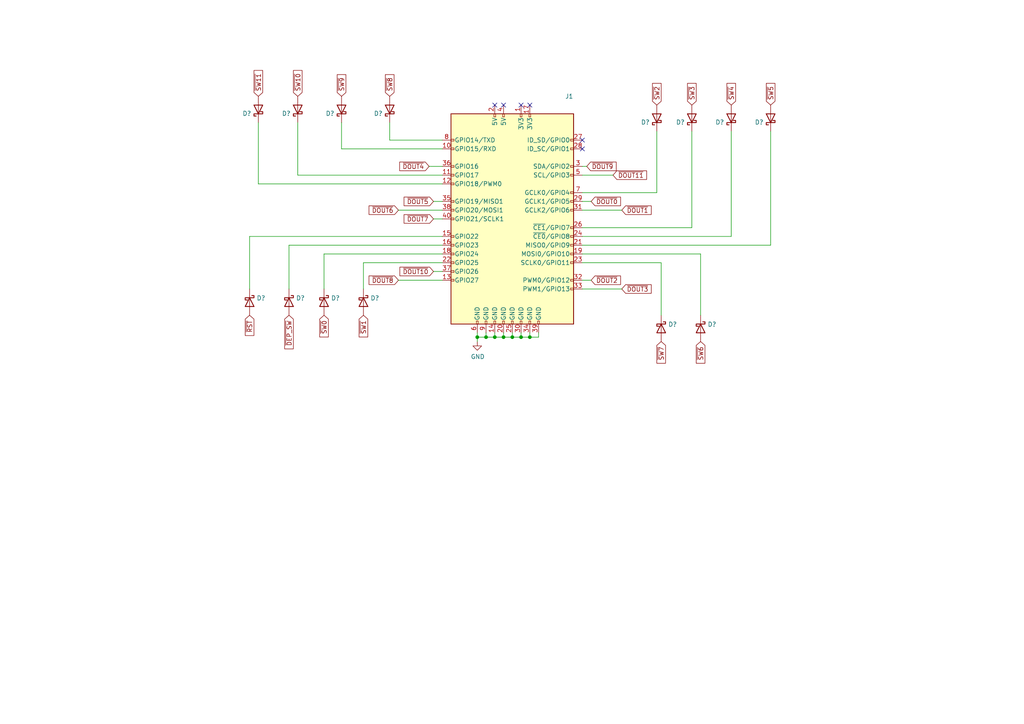
<source format=kicad_sch>
(kicad_sch (version 20211123) (generator eeschema)
  (paper "A4")
  (title_block (title "Q2 Computer") (date "2022-04-16") (rev "4c") (company "joewing.net"))
  (lib_symbols
    (symbol "Connector:Raspberry_Pi_2_3" (pin_names (offset 1.016))
      (property "Reference" "J" (at -17.78 31.75 0))
      (property "Value" "Raspberry_Pi_2_3" (at 10.16 -31.75 0))
      (symbol "Raspberry_Pi_2_3_0_1"
        (rectangle (start -17.78 30.48) (end 17.78 -30.48) (stroke (width 0.254)) (fill (type background)))
      )
      (symbol "Raspberry_Pi_2_3_1_1"
        (rectangle (start -16.891 -17.526) (end -17.78 -18.034))
        (rectangle (start -16.891 -14.986) (end -17.78 -15.494))
        (rectangle (start -16.891 -12.446) (end -17.78 -12.954))
        (rectangle (start -16.891 -9.906) (end -17.78 -10.414))
        (rectangle (start -16.891 -7.366) (end -17.78 -7.874))
        (rectangle (start -16.891 -4.826) (end -17.78 -5.334))
        (rectangle (start -16.891 0.254) (end -17.78 -0.254))
        (rectangle (start -16.891 2.794) (end -17.78 2.286))
        (rectangle (start -16.891 5.334) (end -17.78 4.826))
        (rectangle (start -16.891 10.414) (end -17.78 9.906))
        (rectangle (start -16.891 12.954) (end -17.78 12.446))
        (rectangle (start -16.891 15.494) (end -17.78 14.986))
        (rectangle (start -16.891 20.574) (end -17.78 20.066))
        (rectangle (start -16.891 23.114) (end -17.78 22.606))
        (rectangle (start -10.414 -29.591) (end -9.906 -30.48))
        (rectangle (start -7.874 -29.591) (end -7.366 -30.48))
        (rectangle (start -5.334 -29.591) (end -4.826 -30.48))
        (rectangle (start -5.334 30.48) (end -4.826 29.591))
        (rectangle (start -2.794 -29.591) (end -2.286 -30.48))
        (rectangle (start -2.794 30.48) (end -2.286 29.591))
        (rectangle (start -0.254 -29.591) (end 0.254 -30.48))
        (rectangle (start 2.286 -29.591) (end 2.794 -30.48))
        (rectangle (start 2.286 30.48) (end 2.794 29.591))
        (rectangle (start 4.826 -29.591) (end 5.334 -30.48))
        (rectangle (start 4.826 30.48) (end 5.334 29.591))
        (rectangle (start 7.366 -29.591) (end 7.874 -30.48))
        (rectangle (start 17.78 -20.066) (end 16.891 -20.574))
        (rectangle (start 17.78 -17.526) (end 16.891 -18.034))
        (rectangle (start 17.78 -12.446) (end 16.891 -12.954))
        (rectangle (start 17.78 -9.906) (end 16.891 -10.414))
        (rectangle (start 17.78 -7.366) (end 16.891 -7.874))
        (rectangle (start 17.78 -4.826) (end 16.891 -5.334))
        (rectangle (start 17.78 -2.286) (end 16.891 -2.794))
        (rectangle (start 17.78 2.794) (end 16.891 2.286))
        (rectangle (start 17.78 5.334) (end 16.891 4.826))
        (rectangle (start 17.78 7.874) (end 16.891 7.366))
        (rectangle (start 17.78 12.954) (end 16.891 12.446))
        (rectangle (start 17.78 15.494) (end 16.891 14.986))
        (rectangle (start 17.78 20.574) (end 16.891 20.066))
        (rectangle (start 17.78 23.114) (end 16.891 22.606))
        (pin power_in line (at 2.54 33.02 270) (length 2.54) (name "3V3") (number "1"))
        (pin bidirectional line (at -20.32 20.32 0) (length 2.54) (name "GPIO15/RXD") (number "10"))
        (pin bidirectional line (at -20.32 12.7 0) (length 2.54) (name "GPIO17") (number "11"))
        (pin bidirectional line (at -20.32 10.16 0) (length 2.54) (name "GPIO18/PWM0") (number "12"))
        (pin bidirectional line (at -20.32 -17.78 0) (length 2.54) (name "GPIO27") (number "13"))
        (pin power_in line (at -5.08 -33.02 90) (length 2.54) (name "GND") (number "14"))
        (pin bidirectional line (at -20.32 -5.08 0) (length 2.54) (name "GPIO22") (number "15"))
        (pin bidirectional line (at -20.32 -7.62 0) (length 2.54) (name "GPIO23") (number "16"))
        (pin power_in line (at 5.08 33.02 270) (length 2.54) (name "3V3") (number "17"))
        (pin bidirectional line (at -20.32 -10.16 0) (length 2.54) (name "GPIO24") (number "18"))
        (pin bidirectional line (at 20.32 -10.16 180) (length 2.54) (name "MOSI0/GPIO10") (number "19"))
        (pin power_in line (at -5.08 33.02 270) (length 2.54) (name "5V") (number "2"))
        (pin power_in line (at -2.54 -33.02 90) (length 2.54) (name "GND") (number "20"))
        (pin bidirectional line (at 20.32 -7.62 180) (length 2.54) (name "MISO0/GPIO9") (number "21"))
        (pin bidirectional line (at -20.32 -12.7 0) (length 2.54) (name "GPIO25") (number "22"))
        (pin bidirectional line (at 20.32 -12.7 180) (length 2.54) (name "SCLK0/GPIO11") (number "23"))
        (pin bidirectional line (at 20.32 -5.08 180) (length 2.54) (name "~{CE0}/GPIO8") (number "24"))
        (pin power_in line (at 0 -33.02 90) (length 2.54) (name "GND") (number "25"))
        (pin bidirectional line (at 20.32 -2.54 180) (length 2.54) (name "~{CE1}/GPIO7") (number "26"))
        (pin bidirectional line (at 20.32 22.86 180) (length 2.54) (name "ID_SD/GPIO0") (number "27"))
        (pin bidirectional line (at 20.32 20.32 180) (length 2.54) (name "ID_SC/GPIO1") (number "28"))
        (pin bidirectional line (at 20.32 5.08 180) (length 2.54) (name "GCLK1/GPIO5") (number "29"))
        (pin bidirectional line (at 20.32 15.24 180) (length 2.54) (name "SDA/GPIO2") (number "3"))
        (pin power_in line (at 2.54 -33.02 90) (length 2.54) (name "GND") (number "30"))
        (pin bidirectional line (at 20.32 2.54 180) (length 2.54) (name "GCLK2/GPIO6") (number "31"))
        (pin bidirectional line (at 20.32 -17.78 180) (length 2.54) (name "PWM0/GPIO12") (number "32"))
        (pin bidirectional line (at 20.32 -20.32 180) (length 2.54) (name "PWM1/GPIO13") (number "33"))
        (pin power_in line (at 5.08 -33.02 90) (length 2.54) (name "GND") (number "34"))
        (pin bidirectional line (at -20.32 5.08 0) (length 2.54) (name "GPIO19/MISO1") (number "35"))
        (pin bidirectional line (at -20.32 15.24 0) (length 2.54) (name "GPIO16") (number "36"))
        (pin bidirectional line (at -20.32 -15.24 0) (length 2.54) (name "GPIO26") (number "37"))
        (pin bidirectional line (at -20.32 2.54 0) (length 2.54) (name "GPIO20/MOSI1") (number "38"))
        (pin power_in line (at 7.62 -33.02 90) (length 2.54) (name "GND") (number "39"))
        (pin power_in line (at -2.54 33.02 270) (length 2.54) (name "5V") (number "4"))
        (pin bidirectional line (at -20.32 0 0) (length 2.54) (name "GPIO21/SCLK1") (number "40"))
        (pin bidirectional line (at 20.32 12.7 180) (length 2.54) (name "SCL/GPIO3") (number "5"))
        (pin power_in line (at -10.16 -33.02 90) (length 2.54) (name "GND") (number "6"))
        (pin bidirectional line (at 20.32 7.62 180) (length 2.54) (name "GCLK0/GPIO4") (number "7"))
        (pin bidirectional line (at -20.32 22.86 0) (length 2.54) (name "GPIO14/TXD") (number "8"))
        (pin power_in line (at -7.62 -33.02 90) (length 2.54) (name "GND") (number "9"))
      )
    )
    (symbol "Diode:BAT43W-V" (pin_numbers hide) (pin_names (offset 1.016) hide)
      (property "Reference" "D" (at 0 2.54 0))
      (property "Value" "BAT43W-V" (at 0 -2.54 0))
      (symbol "BAT43W-V_0_1"
        (polyline (pts (xy 1.27 0) (xy -1.27 0)))
        (polyline (pts (xy 1.27 1.27) (xy 1.27 -1.27) (xy -1.27 0) (xy 1.27 1.27)) (stroke (width 0.254)))
        (polyline (pts (xy -1.905 0.635) (xy -1.905 1.27) (xy -1.27 1.27) (xy -1.27 -1.27) (xy -0.635 -1.27) (xy -0.635 -0.635)) (stroke (width 0.254)))
      )
      (symbol "BAT43W-V_1_1"
        (pin passive line (at -3.81 0 0) (length 2.54) (name "K") (number "1"))
        (pin passive line (at 3.81 0 180) (length 2.54) (name "A") (number "2"))
      )
    )
    (symbol "power:GND" (power) (pin_names (offset 0))
      (property "Value" "GND" (at 0 -3.81 0))
      (symbol "GND_0_1"
        (polyline (pts (xy 0 0) (xy 0 -1.27) (xy 1.27 -1.27) (xy 0 -2.54) (xy -1.27 -1.27) (xy 0 -1.27)))
      )
      (symbol "GND_1_1"
        (pin power_in line (at 0 0 270) (length 0) hide (name "GND") (number "1"))
      )
    )
  )
  (junction (at 140.97 97.79))
  (junction (at 153.67 97.79))
  (junction (at 138.43 97.79))
  (junction (at 148.59 97.79))
  (junction (at 143.51 97.79))
  (junction (at 146.05 97.79))
  (junction (at 151.13 97.79))
  (no_connect (at 151.13 30.48))
  (no_connect (at 153.67 30.48))
  (no_connect (at 168.91 43.18))
  (no_connect (at 143.51 30.48))
  (no_connect (at 146.05 30.48))
  (no_connect (at 168.91 40.64))
  (wire (pts (xy 151.13 96.52) (xy 151.13 97.79)))
  (wire (pts (xy 138.43 97.79) (xy 138.43 99.06)))
  (wire (pts (xy 74.93 53.34) (xy 128.27 53.34)))
  (wire (pts (xy 212.09 38.1) (xy 212.09 68.58)))
  (wire (pts (xy 115.57 81.28) (xy 128.27 81.28)))
  (wire (pts (xy 99.06 35.56) (xy 99.06 43.18)))
  (wire (pts (xy 191.77 91.44) (xy 191.77 76.2)))
  (wire (pts (xy 200.66 66.04) (xy 168.91 66.04)))
  (wire (pts (xy 203.2 91.44) (xy 203.2 73.66)))
  (wire (pts (xy 212.09 68.58) (xy 168.91 68.58)))
  (wire (pts (xy 86.36 50.8) (xy 128.27 50.8)))
  (wire (pts (xy 200.66 38.1) (xy 200.66 66.04)))
  (wire (pts (xy 203.2 73.66) (xy 168.91 73.66)))
  (wire (pts (xy 140.97 97.79) (xy 143.51 97.79)))
  (wire (pts (xy 153.67 97.79) (xy 156.21 97.79)))
  (wire (pts (xy 72.39 83.82) (xy 72.39 68.58)))
  (wire (pts (xy 83.82 83.82) (xy 83.82 71.12)))
  (wire (pts (xy 148.59 96.52) (xy 148.59 97.79)))
  (wire (pts (xy 83.82 71.12) (xy 128.27 71.12)))
  (wire (pts (xy 168.91 81.28) (xy 171.45 81.28)))
  (wire (pts (xy 125.73 78.74) (xy 128.27 78.74)))
  (wire (pts (xy 168.91 50.8) (xy 177.8 50.8)))
  (wire (pts (xy 115.57 60.96) (xy 128.27 60.96)))
  (wire (pts (xy 171.45 58.42) (xy 168.91 58.42)))
  (wire (pts (xy 113.03 35.56) (xy 113.03 40.64)))
  (wire (pts (xy 170.18 48.26) (xy 168.91 48.26)))
  (wire (pts (xy 72.39 68.58) (xy 128.27 68.58)))
  (wire (pts (xy 140.97 96.52) (xy 140.97 97.79)))
  (wire (pts (xy 190.5 38.1) (xy 190.5 55.88)))
  (wire (pts (xy 153.67 96.52) (xy 153.67 97.79)))
  (wire (pts (xy 190.5 55.88) (xy 168.91 55.88)))
  (wire (pts (xy 138.43 96.52) (xy 138.43 97.79)))
  (wire (pts (xy 223.52 38.1) (xy 223.52 71.12)))
  (wire (pts (xy 125.73 63.5) (xy 128.27 63.5)))
  (wire (pts (xy 223.52 71.12) (xy 168.91 71.12)))
  (wire (pts (xy 143.51 97.79) (xy 146.05 97.79)))
  (wire (pts (xy 191.77 76.2) (xy 168.91 76.2)))
  (wire (pts (xy 146.05 97.79) (xy 148.59 97.79)))
  (wire (pts (xy 148.59 97.79) (xy 151.13 97.79)))
  (wire (pts (xy 168.91 60.96) (xy 180.34 60.96)))
  (wire (pts (xy 105.41 76.2) (xy 128.27 76.2)))
  (wire (pts (xy 180.34 83.82) (xy 168.91 83.82)))
  (wire (pts (xy 143.51 96.52) (xy 143.51 97.79)))
  (wire (pts (xy 146.05 96.52) (xy 146.05 97.79)))
  (wire (pts (xy 93.98 73.66) (xy 128.27 73.66)))
  (wire (pts (xy 105.41 83.82) (xy 105.41 76.2)))
  (wire (pts (xy 125.73 58.42) (xy 128.27 58.42)))
  (wire (pts (xy 156.21 97.79) (xy 156.21 96.52)))
  (wire (pts (xy 99.06 43.18) (xy 128.27 43.18)))
  (wire (pts (xy 138.43 97.79) (xy 140.97 97.79)))
  (wire (pts (xy 93.98 83.82) (xy 93.98 73.66)))
  (wire (pts (xy 151.13 97.79) (xy 153.67 97.79)))
  (wire (pts (xy 74.93 35.56) (xy 74.93 53.34)))
  (wire (pts (xy 86.36 35.56) (xy 86.36 50.8)))
  (wire (pts (xy 124.46 48.26) (xy 128.27 48.26)))
  (wire (pts (xy 113.03 40.64) (xy 128.27 40.64)))
  (global_label "~{RST}" (shape input) (at 72.39 91.44 270) (property "Intersheet References" "${INTERSHEET_REFS}" (effects hide)))
  (global_label "~{DOUT5}" (shape input) (at 125.73 58.42 180) (property "Intersheet References" "${INTERSHEET_REFS}" (effects hide)))
  (global_label "~{DOUT10}" (shape input) (at 125.73 78.74 180) (property "Intersheet References" "${INTERSHEET_REFS}" (effects hide)))
  (global_label "~{DOUT1}" (shape input) (at 180.34 60.96 0) (property "Intersheet References" "${INTERSHEET_REFS}" (effects hide)))
  (global_label "~{SW0}" (shape input) (at 93.98 91.44 270) (property "Intersheet References" "${INTERSHEET_REFS}" (effects hide)))
  (global_label "~{SW7}" (shape input) (at 191.77 99.06 270) (property "Intersheet References" "${INTERSHEET_REFS}" (effects hide)))
  (global_label "~{SW11}" (shape input) (at 74.93 27.94 90) (property "Intersheet References" "${INTERSHEET_REFS}" (effects hide)))
  (global_label "~{DOUT7}" (shape input) (at 125.73 63.5 180) (property "Intersheet References" "${INTERSHEET_REFS}" (effects hide)))
  (global_label "~{DOUT4}" (shape input) (at 124.46 48.26 180) (property "Intersheet References" "${INTERSHEET_REFS}" (effects hide)))
  (global_label "~{SW10}" (shape input) (at 86.36 27.94 90) (property "Intersheet References" "${INTERSHEET_REFS}" (effects hide)))
  (global_label "~{DOUT9}" (shape input) (at 170.18 48.26 0) (property "Intersheet References" "${INTERSHEET_REFS}" (effects hide)))
  (global_label "~{SW3}" (shape input) (at 200.66 30.48 90) (property "Intersheet References" "${INTERSHEET_REFS}" (effects hide)))
  (global_label "~{DOUT2}" (shape input) (at 171.45 81.28 0) (property "Intersheet References" "${INTERSHEET_REFS}" (effects hide)))
  (global_label "~{SW6}" (shape input) (at 203.2 99.06 270) (property "Intersheet References" "${INTERSHEET_REFS}" (effects hide)))
  (global_label "~{DOUT11}" (shape input) (at 177.8 50.8 0) (property "Intersheet References" "${INTERSHEET_REFS}" (effects hide)))
  (global_label "~{SW4}" (shape input) (at 212.09 30.48 90) (property "Intersheet References" "${INTERSHEET_REFS}" (effects hide)))
  (global_label "~{DOUT0}" (shape input) (at 171.45 58.42 0) (property "Intersheet References" "${INTERSHEET_REFS}" (effects hide)))
  (global_label "~{DEP_SW}" (shape input) (at 83.82 91.44 270) (property "Intersheet References" "${INTERSHEET_REFS}" (effects hide)))
  (global_label "~{DOUT8}" (shape input) (at 115.57 81.28 180) (property "Intersheet References" "${INTERSHEET_REFS}" (effects hide)))
  (global_label "~{SW9}" (shape input) (at 99.06 27.94 90) (property "Intersheet References" "${INTERSHEET_REFS}" (effects hide)))
  (global_label "~{SW8}" (shape input) (at 113.03 27.94 90) (property "Intersheet References" "${INTERSHEET_REFS}" (effects hide)))
  (global_label "~{SW5}" (shape input) (at 223.52 30.48 90) (property "Intersheet References" "${INTERSHEET_REFS}" (effects hide)))
  (global_label "~{DOUT3}" (shape input) (at 180.34 83.82 0) (property "Intersheet References" "${INTERSHEET_REFS}" (effects hide)))
  (global_label "~{SW1}" (shape input) (at 105.41 91.44 270) (property "Intersheet References" "${INTERSHEET_REFS}" (effects hide)))
  (global_label "~{DOUT6}" (shape input) (at 115.57 60.96 180) (property "Intersheet References" "${INTERSHEET_REFS}" (effects hide)))
  (global_label "~{SW2}" (shape input) (at 190.5 30.48 90) (property "Intersheet References" "${INTERSHEET_REFS}" (effects hide)))
  (symbol (lib_id "Connector:Raspberry_Pi_2_3") (at 148.59 63.5 0) (unit 1)
    (property "Reference" "J1" (at 165.1 27.94 0))
    (property "LCSC" "C9138" (effects hide))
    (property "Manufacturer" "BOOMELE(Boom Precision Elec)" (effects hide))
    (property "Package" "2X20P" (effects hide))
    (property "Part Number" "C9138" (effects hide))
    (property "Type" "PTH" (effects hide))
  )
  (symbol (lib_id "power:GND") (at 138.43 99.06 0) (unit 1)
    (property "Reference" "#PWR0636" (effects hide))
  )
  (symbol (lib_id "Diode:BAT43W-V") (at 72.39 87.63 270) (unit 1)
    (property "Reference" "D?" (at 74.422 86.4616 90) (effects (justify left)))
    (property "LCSC" "C19167" (effects hide))
    (property "Manufacturer" "Changjiang Electronics Tech (CJ)" (effects hide))
    (property "Part Number" "BAT43W" (effects hide))
    (property "Package" "SOD-123" (effects hide))
    (property "Type" "SMD" (effects hide))
  )
  (symbol (lib_id "Diode:BAT43W-V") (at 93.98 87.63 270) (unit 1)
    (property "Reference" "D?" (at 96.012 86.4616 90) (effects (justify left)))
    (property "LCSC" "C19167" (effects hide))
    (property "Manufacturer" "Changjiang Electronics Tech (CJ)" (effects hide))
    (property "Part Number" "BAT43W" (effects hide))
    (property "Package" "SOD-123" (effects hide))
    (property "Type" "SMD" (effects hide))
  )
  (symbol (lib_id "Diode:BAT43W-V") (at 83.82 87.63 270) (unit 1)
    (property "Reference" "D?" (at 85.852 86.4616 90) (effects (justify left)))
    (property "LCSC" "C19167" (effects hide))
    (property "Manufacturer" "Changjiang Electronics Tech (CJ)" (effects hide))
    (property "Part Number" "BAT43W" (effects hide))
    (property "Package" "SOD-123" (effects hide))
    (property "Type" "SMD" (effects hide))
  )
  (symbol (lib_id "Diode:BAT43W-V") (at 105.41 87.63 270) (unit 1)
    (property "Reference" "D?" (at 107.442 86.4616 90) (effects (justify left)))
    (property "LCSC" "C19167" (effects hide))
    (property "Manufacturer" "Changjiang Electronics Tech (CJ)" (effects hide))
    (property "Part Number" "BAT43W" (effects hide))
    (property "Package" "SOD-123" (effects hide))
    (property "Type" "SMD" (effects hide))
  )
  (symbol (lib_id "Diode:BAT43W-V") (at 191.77 95.25 270) (unit 1)
    (property "Reference" "D?" (at 193.802 94.0816 90) (effects (justify left)))
    (property "LCSC" "C19167" (effects hide))
    (property "Manufacturer" "Changjiang Electronics Tech (CJ)" (effects hide))
    (property "Part Number" "BAT43W" (effects hide))
    (property "Package" "SOD-123" (effects hide))
    (property "Type" "SMD" (effects hide))
  )
  (symbol (lib_id "Diode:BAT43W-V") (at 203.2 95.25 270) (unit 1)
    (property "Reference" "D?" (at 205.232 94.0816 90) (effects (justify left)))
    (property "LCSC" "C19167" (effects hide))
    (property "Manufacturer" "Changjiang Electronics Tech (CJ)" (effects hide))
    (property "Part Number" "BAT43W" (effects hide))
    (property "Package" "SOD-123" (effects hide))
    (property "Type" "SMD" (effects hide))
  )
  (symbol (lib_id "Diode:BAT43W-V") (at 190.5 34.29 90) (unit 1)
    (property "Reference" "D?" (at 188.468 35.4584 90) (effects (justify left)))
    (property "LCSC" "C19167" (effects hide))
    (property "Manufacturer" "Changjiang Electronics Tech (CJ)" (effects hide))
    (property "Part Number" "BAT43W" (effects hide))
    (property "Package" "SOD-123" (effects hide))
    (property "Type" "SMD" (effects hide))
  )
  (symbol (lib_id "Diode:BAT43W-V") (at 200.66 34.29 90) (unit 1)
    (property "Reference" "D?" (at 198.628 35.4584 90) (effects (justify left)))
    (property "LCSC" "C19167" (effects hide))
    (property "Manufacturer" "Changjiang Electronics Tech (CJ)" (effects hide))
    (property "Part Number" "BAT43W" (effects hide))
    (property "Package" "SOD-123" (effects hide))
    (property "Type" "SMD" (effects hide))
  )
  (symbol (lib_id "Diode:BAT43W-V") (at 212.09 34.29 90) (unit 1)
    (property "Reference" "D?" (at 210.058 35.4584 90) (effects (justify left)))
    (property "LCSC" "C19167" (effects hide))
    (property "Manufacturer" "Changjiang Electronics Tech (CJ)" (effects hide))
    (property "Part Number" "BAT43W" (effects hide))
    (property "Package" "SOD-123" (effects hide))
    (property "Type" "SMD" (effects hide))
  )
  (symbol (lib_id "Diode:BAT43W-V") (at 223.52 34.29 90) (unit 1)
    (property "Reference" "D?" (at 221.488 35.4584 90) (effects (justify left)))
    (property "LCSC" "C19167" (effects hide))
    (property "Manufacturer" "Changjiang Electronics Tech (CJ)" (effects hide))
    (property "Part Number" "BAT43W" (effects hide))
    (property "Package" "SOD-123" (effects hide))
    (property "Type" "SMD" (effects hide))
  )
  (symbol (lib_id "Diode:BAT43W-V") (at 113.03 31.75 90) (unit 1)
    (property "Reference" "D?" (at 110.998 32.9184 90) (effects (justify left)))
    (property "LCSC" "C19167" (effects hide))
    (property "Manufacturer" "Changjiang Electronics Tech (CJ)" (effects hide))
    (property "Part Number" "BAT43W" (effects hide))
    (property "Package" "SOD-123" (effects hide))
    (property "Type" "SMD" (effects hide))
  )
  (symbol (lib_id "Diode:BAT43W-V") (at 99.06 31.75 90) (unit 1)
    (property "Reference" "D?" (at 97.028 32.9184 90) (effects (justify left)))
    (property "LCSC" "C19167" (effects hide))
    (property "Manufacturer" "Changjiang Electronics Tech (CJ)" (effects hide))
    (property "Part Number" "BAT43W" (effects hide))
    (property "Package" "SOD-123" (effects hide))
    (property "Type" "SMD" (effects hide))
  )
  (symbol (lib_id "Diode:BAT43W-V") (at 86.36 31.75 90) (unit 1)
    (property "Reference" "D?" (at 84.328 32.9184 90) (effects (justify left)))
    (property "LCSC" "C19167" (effects hide))
    (property "Manufacturer" "Changjiang Electronics Tech (CJ)" (effects hide))
    (property "Part Number" "BAT43W" (effects hide))
    (property "Package" "SOD-123" (effects hide))
    (property "Type" "SMD" (effects hide))
  )
  (symbol (lib_id "Diode:BAT43W-V") (at 74.93 31.75 90) (unit 1)
    (property "Reference" "D?" (at 72.898 32.9184 90) (effects (justify left)))
    (property "LCSC" "C19167" (effects hide))
    (property "Manufacturer" "Changjiang Electronics Tech (CJ)" (effects hide))
    (property "Part Number" "BAT43W" (effects hide))
    (property "Package" "SOD-123" (effects hide))
    (property "Type" "SMD" (effects hide))
  )
)
</source>
